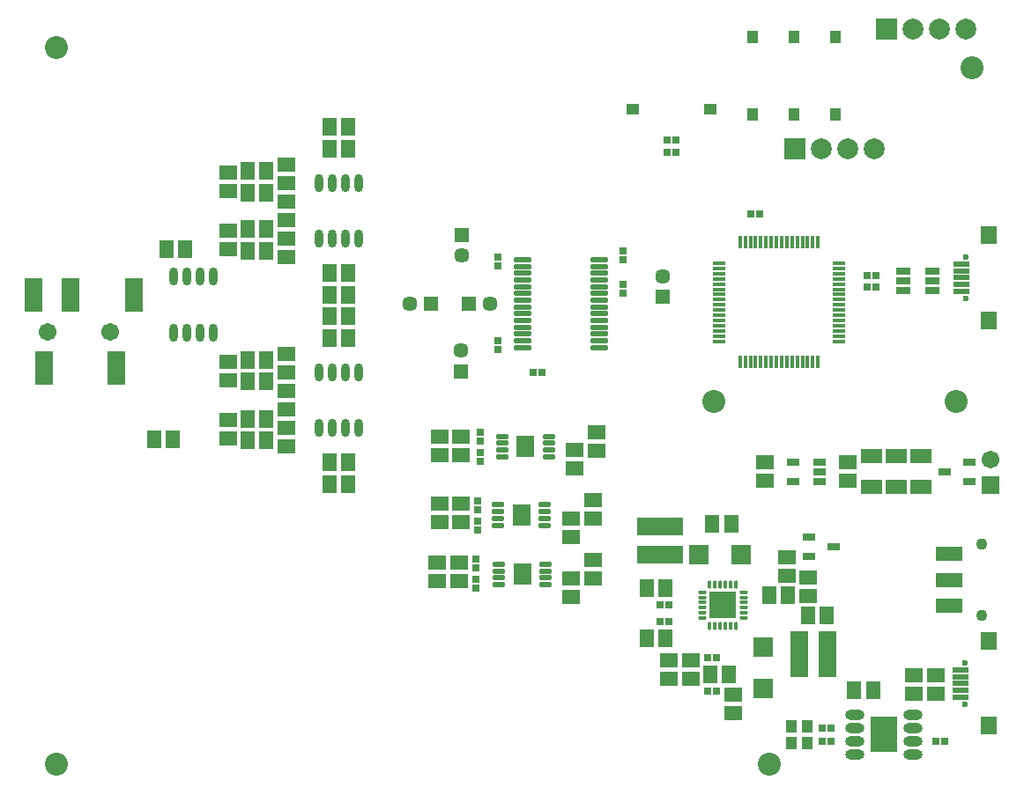
<source format=gts>
G04*
G04 #@! TF.GenerationSoftware,Altium Limited,Altium Designer,19.0.4 (130)*
G04*
G04 Layer_Color=8388736*
%FSLAX25Y25*%
%MOIN*%
G70*
G01*
G75*
%ADD45R,0.06706X0.17729*%
%ADD46R,0.06587X0.05367*%
%ADD47R,0.05367X0.06587*%
%ADD48R,0.04737X0.03162*%
%ADD49R,0.17729X0.06706*%
%ADD50R,0.02762X0.02959*%
%ADD51R,0.07414X0.07493*%
%ADD52R,0.10143X0.10143*%
G04:AMPARAMS|DCode=53|XSize=12.84mil|YSize=30.56mil|CornerRadius=3.96mil|HoleSize=0mil|Usage=FLASHONLY|Rotation=180.000|XOffset=0mil|YOffset=0mil|HoleType=Round|Shape=RoundedRectangle|*
%AMROUNDEDRECTD53*
21,1,0.01284,0.02264,0,0,180.0*
21,1,0.00492,0.03056,0,0,180.0*
1,1,0.00792,-0.00246,0.01132*
1,1,0.00792,0.00246,0.01132*
1,1,0.00792,0.00246,-0.01132*
1,1,0.00792,-0.00246,-0.01132*
%
%ADD53ROUNDEDRECTD53*%
G04:AMPARAMS|DCode=54|XSize=12.84mil|YSize=30.56mil|CornerRadius=3.96mil|HoleSize=0mil|Usage=FLASHONLY|Rotation=270.000|XOffset=0mil|YOffset=0mil|HoleType=Round|Shape=RoundedRectangle|*
%AMROUNDEDRECTD54*
21,1,0.01284,0.02264,0,0,270.0*
21,1,0.00492,0.03056,0,0,270.0*
1,1,0.00792,-0.01132,-0.00246*
1,1,0.00792,-0.01132,0.00246*
1,1,0.00792,0.01132,0.00246*
1,1,0.00792,0.01132,-0.00246*
%
%ADD54ROUNDEDRECTD54*%
G04:AMPARAMS|DCode=55|XSize=19.72mil|YSize=49.24mil|CornerRadius=5.43mil|HoleSize=0mil|Usage=FLASHONLY|Rotation=90.000|XOffset=0mil|YOffset=0mil|HoleType=Round|Shape=RoundedRectangle|*
%AMROUNDEDRECTD55*
21,1,0.01972,0.03839,0,0,90.0*
21,1,0.00886,0.04924,0,0,90.0*
1,1,0.01086,0.01919,0.00443*
1,1,0.01086,0.01919,-0.00443*
1,1,0.01086,-0.01919,-0.00443*
1,1,0.01086,-0.01919,0.00443*
%
%ADD55ROUNDEDRECTD55*%
%ADD56R,0.06981X0.08241*%
%ADD57R,0.02959X0.02762*%
%ADD58R,0.07493X0.07414*%
%ADD59R,0.04461X0.04658*%
%ADD60O,0.07296X0.03950*%
%ADD61R,0.10328X0.13831*%
%ADD62R,0.06115X0.02375*%
%ADD63R,0.06115X0.06706*%
%ADD64R,0.10446X0.05524*%
%ADD65R,0.05131X0.03162*%
%ADD66R,0.07887X0.05249*%
%ADD67R,0.06706X0.12611*%
%ADD68O,0.03162X0.06902*%
G04:AMPARAMS|DCode=69|XSize=20.72mil|YSize=67.96mil|CornerRadius=5.93mil|HoleSize=0mil|Usage=FLASHONLY|Rotation=270.000|XOffset=0mil|YOffset=0mil|HoleType=Round|Shape=RoundedRectangle|*
%AMROUNDEDRECTD69*
21,1,0.02072,0.05610,0,0,270.0*
21,1,0.00886,0.06796,0,0,270.0*
1,1,0.01186,-0.02805,-0.00443*
1,1,0.01186,-0.02805,0.00443*
1,1,0.01186,0.02805,0.00443*
1,1,0.01186,0.02805,-0.00443*
%
%ADD69ROUNDEDRECTD69*%
%ADD70R,0.03950X0.05131*%
%ADD71R,0.05131X0.03950*%
G04:AMPARAMS|DCode=72|XSize=13.81mil|YSize=49.24mil|CornerRadius=3.95mil|HoleSize=0mil|Usage=FLASHONLY|Rotation=0.000|XOffset=0mil|YOffset=0mil|HoleType=Round|Shape=RoundedRectangle|*
%AMROUNDEDRECTD72*
21,1,0.01381,0.04134,0,0,0.0*
21,1,0.00591,0.04924,0,0,0.0*
1,1,0.00791,0.00295,-0.02067*
1,1,0.00791,-0.00295,-0.02067*
1,1,0.00791,-0.00295,0.02067*
1,1,0.00791,0.00295,0.02067*
%
%ADD72ROUNDEDRECTD72*%
G04:AMPARAMS|DCode=73|XSize=13.81mil|YSize=49.24mil|CornerRadius=3.95mil|HoleSize=0mil|Usage=FLASHONLY|Rotation=90.000|XOffset=0mil|YOffset=0mil|HoleType=Round|Shape=RoundedRectangle|*
%AMROUNDEDRECTD73*
21,1,0.01381,0.04134,0,0,90.0*
21,1,0.00591,0.04924,0,0,90.0*
1,1,0.00791,0.02067,0.00295*
1,1,0.00791,0.02067,-0.00295*
1,1,0.00791,-0.02067,-0.00295*
1,1,0.00791,-0.02067,0.00295*
%
%ADD73ROUNDEDRECTD73*%
%ADD74R,0.05524X0.03162*%
%ADD75C,0.08674*%
%ADD76C,0.01981*%
%ADD77C,0.06706*%
%ADD78R,0.06706X0.06706*%
%ADD79C,0.07887*%
%ADD80R,0.07887X0.07887*%
%ADD81C,0.02362*%
%ADD82C,0.04343*%
%ADD83C,0.05721*%
%ADD84R,0.05721X0.05721*%
%ADD85R,0.05721X0.05721*%
D45*
X-66487Y-241569D02*
D03*
X-77117Y-241569D02*
D03*
D46*
X-73787Y-212499D02*
D03*
X-73787Y-219507D02*
D03*
X-81887Y-211907D02*
D03*
X-81887Y-204899D02*
D03*
X-126337Y-251130D02*
D03*
Y-244122D02*
D03*
X-118187Y-251130D02*
D03*
Y-244122D02*
D03*
X-102187Y-256903D02*
D03*
Y-263911D02*
D03*
X-163463Y-212840D02*
D03*
Y-219848D02*
D03*
X-155263Y-212840D02*
D03*
Y-205833D02*
D03*
X-205863Y-207040D02*
D03*
Y-214048D02*
D03*
X-214063Y-214040D02*
D03*
Y-207032D02*
D03*
X-205081Y-159299D02*
D03*
Y-166307D02*
D03*
X-205132Y-191776D02*
D03*
Y-184768D02*
D03*
X-213281Y-184768D02*
D03*
Y-191776D02*
D03*
X-213281Y-159303D02*
D03*
Y-166311D02*
D03*
X-155231Y-183168D02*
D03*
Y-190176D02*
D03*
X-153981Y-157495D02*
D03*
Y-164503D02*
D03*
X-162181Y-164403D02*
D03*
Y-171411D02*
D03*
X-163531Y-190272D02*
D03*
Y-197280D02*
D03*
X-90269Y-176093D02*
D03*
Y-169085D02*
D03*
X-58773Y-176093D02*
D03*
Y-169085D02*
D03*
X-293298Y-137865D02*
D03*
Y-130857D02*
D03*
Y-160098D02*
D03*
Y-153090D02*
D03*
X-271081Y-156035D02*
D03*
Y-163043D02*
D03*
Y-148976D02*
D03*
Y-141968D02*
D03*
Y-134935D02*
D03*
Y-127928D02*
D03*
X-293298Y-88373D02*
D03*
Y-81365D02*
D03*
Y-66289D02*
D03*
Y-59281D02*
D03*
X-271081Y-84302D02*
D03*
Y-91310D02*
D03*
Y-77332D02*
D03*
Y-70324D02*
D03*
Y-63302D02*
D03*
Y-56295D02*
D03*
X-33812Y-249692D02*
D03*
Y-256700D02*
D03*
X-25631Y-249684D02*
D03*
Y-256692D02*
D03*
D47*
X-88491Y-219407D02*
D03*
X-81483D02*
D03*
X-102996Y-192308D02*
D03*
X-110004D02*
D03*
X-127809Y-235798D02*
D03*
X-134817D02*
D03*
X-103683Y-249307D02*
D03*
X-110691D02*
D03*
X-134787Y-216807D02*
D03*
X-127779D02*
D03*
X-66683Y-227107D02*
D03*
X-73691D02*
D03*
X-321308Y-160200D02*
D03*
X-314300D02*
D03*
X-285706Y-160685D02*
D03*
X-278698D02*
D03*
Y-152535D02*
D03*
X-285706D02*
D03*
X-278698Y-138435D02*
D03*
X-285706D02*
D03*
X-278698Y-130286D02*
D03*
X-285706D02*
D03*
X-285706Y-88946D02*
D03*
X-278698D02*
D03*
Y-80797D02*
D03*
X-285706D02*
D03*
X-316508Y-88300D02*
D03*
X-309500D02*
D03*
X-278698Y-66860D02*
D03*
X-285706D02*
D03*
X-278698Y-58710D02*
D03*
X-285706D02*
D03*
X-254900Y-177235D02*
D03*
X-247892D02*
D03*
X-254900Y-169094D02*
D03*
X-247892D02*
D03*
X-254900Y-121850D02*
D03*
X-247892D02*
D03*
X-254900Y-113700D02*
D03*
X-247892D02*
D03*
X-254900Y-105600D02*
D03*
X-247892D02*
D03*
X-254900Y-97450D02*
D03*
X-247892D02*
D03*
X-254900Y-50206D02*
D03*
X-247892D02*
D03*
X-254900Y-42057D02*
D03*
X-247892D02*
D03*
X-49329Y-255200D02*
D03*
X-56337D02*
D03*
D48*
X-64138Y-200967D02*
D03*
X-73587Y-204707D02*
D03*
Y-197227D02*
D03*
X-22124Y-172600D02*
D03*
X-12676Y-168860D02*
D03*
Y-176340D02*
D03*
D49*
X-129830Y-203869D02*
D03*
Y-193239D02*
D03*
D50*
X-126483Y-223139D02*
D03*
X-129830Y-223139D02*
D03*
X-129857Y-229357D02*
D03*
X-126510Y-229357D02*
D03*
X-108341Y-255707D02*
D03*
X-111687D02*
D03*
X-111787Y-242907D02*
D03*
X-108441D02*
D03*
X-65109Y-274500D02*
D03*
X-68455D02*
D03*
X-65109Y-269500D02*
D03*
X-68455D02*
D03*
X-22087Y-274500D02*
D03*
X-25434D02*
D03*
X-177847Y-134935D02*
D03*
X-174500D02*
D03*
X-123795Y-51500D02*
D03*
X-127142D02*
D03*
X-123795Y-47000D02*
D03*
X-127142D02*
D03*
X-92023Y-75100D02*
D03*
X-95369D02*
D03*
X-48316Y-98149D02*
D03*
X-51663D02*
D03*
X-48317Y-102700D02*
D03*
X-51663D02*
D03*
D51*
X-90687Y-254681D02*
D03*
Y-238933D02*
D03*
D52*
X-106087Y-223107D02*
D03*
D53*
X-101166Y-230883D02*
D03*
X-103134D02*
D03*
X-105103D02*
D03*
X-107071D02*
D03*
X-109040D02*
D03*
X-111008D02*
D03*
Y-215332D02*
D03*
X-109040D02*
D03*
X-107071Y-215332D02*
D03*
X-105103D02*
D03*
X-103134Y-215332D02*
D03*
X-101166D02*
D03*
D54*
X-113863Y-228028D02*
D03*
X-113863Y-226060D02*
D03*
Y-224091D02*
D03*
Y-222123D02*
D03*
X-113863Y-220154D02*
D03*
Y-218186D02*
D03*
X-98312Y-218186D02*
D03*
Y-220154D02*
D03*
Y-222123D02*
D03*
Y-224091D02*
D03*
X-98312Y-226060D02*
D03*
X-98312Y-228028D02*
D03*
D55*
X-190821Y-207602D02*
D03*
Y-210161D02*
D03*
Y-212720D02*
D03*
Y-215279D02*
D03*
X-173105Y-207602D02*
D03*
Y-210161D02*
D03*
X-173105Y-212720D02*
D03*
X-173105Y-215279D02*
D03*
X-173473Y-192810D02*
D03*
Y-190251D02*
D03*
Y-187692D02*
D03*
Y-185133D02*
D03*
X-191190Y-192810D02*
D03*
Y-190251D02*
D03*
Y-187692D02*
D03*
Y-185133D02*
D03*
X-189639Y-159177D02*
D03*
Y-161736D02*
D03*
Y-164295D02*
D03*
Y-166854D02*
D03*
X-171923Y-159177D02*
D03*
Y-161736D02*
D03*
X-171923Y-164295D02*
D03*
X-171923Y-166854D02*
D03*
D56*
X-181963Y-211440D02*
D03*
X-182332Y-188972D02*
D03*
X-180781Y-163015D02*
D03*
D57*
X-198732Y-194518D02*
D03*
Y-191172D02*
D03*
X-197693Y-168527D02*
D03*
Y-165181D02*
D03*
X-199363Y-216791D02*
D03*
Y-213444D02*
D03*
X-199363Y-209114D02*
D03*
Y-205767D02*
D03*
X-198732Y-186841D02*
D03*
Y-183495D02*
D03*
X-197693Y-160850D02*
D03*
Y-157503D02*
D03*
X-191260Y-123000D02*
D03*
X-191260Y-126347D02*
D03*
X-191310Y-94743D02*
D03*
Y-91396D02*
D03*
X-143800Y-105061D02*
D03*
X-143800Y-101715D02*
D03*
X-143800Y-88927D02*
D03*
Y-92273D02*
D03*
D58*
X-115061Y-203869D02*
D03*
X-99313D02*
D03*
D59*
X-80313Y-275200D02*
D03*
X-74250D02*
D03*
X-80313Y-268900D02*
D03*
X-74250D02*
D03*
D60*
X-34156Y-279500D02*
D03*
Y-274500D02*
D03*
Y-269500D02*
D03*
Y-264500D02*
D03*
X-56006Y-279500D02*
D03*
Y-274500D02*
D03*
X-56006Y-269500D02*
D03*
X-56006Y-264500D02*
D03*
D61*
X-45081Y-272000D02*
D03*
D62*
X-16032Y-247625D02*
D03*
Y-250184D02*
D03*
Y-257861D02*
D03*
Y-255302D02*
D03*
Y-252743D02*
D03*
X-15936Y-93991D02*
D03*
Y-96550D02*
D03*
Y-104228D02*
D03*
Y-99110D02*
D03*
Y-101669D02*
D03*
D63*
X-5500Y-236700D02*
D03*
Y-268787D02*
D03*
X-5405Y-83066D02*
D03*
Y-115153D02*
D03*
D64*
X-20406Y-203658D02*
D03*
Y-223342D02*
D03*
Y-213500D02*
D03*
D65*
X-79639Y-176329D02*
D03*
Y-168849D02*
D03*
X-69403D02*
D03*
X-69403Y-172589D02*
D03*
X-69403Y-176329D02*
D03*
D66*
X-49998Y-166734D02*
D03*
Y-178466D02*
D03*
X-40549Y-166734D02*
D03*
Y-178466D02*
D03*
X-31100Y-166734D02*
D03*
Y-178466D02*
D03*
D67*
X-366923Y-105720D02*
D03*
X-352750D02*
D03*
X-335427Y-133280D02*
D03*
X-328734Y-105720D02*
D03*
X-362986Y-133280D02*
D03*
D68*
X-314000Y-119830D02*
D03*
X-309000D02*
D03*
X-304000D02*
D03*
X-299000D02*
D03*
X-314000Y-98570D02*
D03*
X-309000D02*
D03*
X-304000D02*
D03*
X-299000D02*
D03*
X-258896Y-156102D02*
D03*
X-253896D02*
D03*
X-248896D02*
D03*
X-243896D02*
D03*
X-258896Y-134842D02*
D03*
X-253896D02*
D03*
X-248896D02*
D03*
X-243896D02*
D03*
X-258896Y-84458D02*
D03*
X-253896D02*
D03*
X-248896D02*
D03*
X-243896D02*
D03*
X-258896Y-63198D02*
D03*
X-253896D02*
D03*
X-248896D02*
D03*
X-243896D02*
D03*
D69*
X-181967Y-92266D02*
D03*
X-181967Y-94825D02*
D03*
X-181967Y-97384D02*
D03*
Y-99943D02*
D03*
Y-102502D02*
D03*
Y-105061D02*
D03*
Y-107621D02*
D03*
Y-110180D02*
D03*
Y-112739D02*
D03*
Y-115298D02*
D03*
Y-117857D02*
D03*
Y-120416D02*
D03*
Y-122975D02*
D03*
Y-125534D02*
D03*
X-152833Y-92266D02*
D03*
X-152833Y-94825D02*
D03*
X-152833Y-97384D02*
D03*
Y-99943D02*
D03*
Y-102502D02*
D03*
Y-105061D02*
D03*
Y-107621D02*
D03*
Y-110180D02*
D03*
Y-112739D02*
D03*
Y-115298D02*
D03*
Y-117857D02*
D03*
Y-120416D02*
D03*
Y-122975D02*
D03*
Y-125534D02*
D03*
D70*
X-94700Y-7936D02*
D03*
Y-37464D02*
D03*
X-79116Y-7936D02*
D03*
Y-37464D02*
D03*
X-63516Y-7936D02*
D03*
Y-37464D02*
D03*
D71*
X-110736Y-35300D02*
D03*
X-140264D02*
D03*
D72*
X-97633Y-131044D02*
D03*
X-95665D02*
D03*
X-93696D02*
D03*
Y-85769D02*
D03*
X-95665D02*
D03*
X-97633D02*
D03*
X-89759Y-131044D02*
D03*
X-87791D02*
D03*
X-85822D02*
D03*
Y-85769D02*
D03*
X-87791D02*
D03*
X-89759D02*
D03*
X-81885Y-131044D02*
D03*
X-79917D02*
D03*
X-77948D02*
D03*
Y-85769D02*
D03*
X-79917D02*
D03*
X-81885D02*
D03*
X-74011Y-131044D02*
D03*
X-72043D02*
D03*
X-70074D02*
D03*
Y-85769D02*
D03*
X-72043D02*
D03*
X-74011D02*
D03*
X-99602Y-131044D02*
D03*
X-91728D02*
D03*
X-83854D02*
D03*
Y-85769D02*
D03*
X-91728D02*
D03*
X-99602D02*
D03*
X-75980Y-131044D02*
D03*
Y-85769D02*
D03*
D73*
X-107476Y-119233D02*
D03*
Y-121202D02*
D03*
Y-123170D02*
D03*
Y-111359D02*
D03*
Y-113328D02*
D03*
Y-115296D02*
D03*
Y-103485D02*
D03*
Y-105454D02*
D03*
Y-107422D02*
D03*
Y-95611D02*
D03*
Y-97579D02*
D03*
Y-99548D02*
D03*
X-62200Y-123170D02*
D03*
Y-121202D02*
D03*
Y-119233D02*
D03*
Y-115296D02*
D03*
Y-113328D02*
D03*
Y-111359D02*
D03*
Y-107422D02*
D03*
Y-105454D02*
D03*
Y-103485D02*
D03*
Y-99548D02*
D03*
Y-97579D02*
D03*
Y-95611D02*
D03*
X-107476Y-93642D02*
D03*
Y-101516D02*
D03*
Y-109391D02*
D03*
Y-117265D02*
D03*
X-62200D02*
D03*
Y-109391D02*
D03*
Y-93642D02*
D03*
Y-101516D02*
D03*
D74*
X-37885Y-104129D02*
D03*
Y-100389D02*
D03*
Y-96649D02*
D03*
X-26861D02*
D03*
Y-100389D02*
D03*
Y-104129D02*
D03*
D75*
X-88583Y-283465D02*
D03*
X-11811Y-19685D02*
D03*
X-358268Y-283465D02*
D03*
Y-11811D02*
D03*
X-17803Y-145969D02*
D03*
X-109535D02*
D03*
D76*
X-106087Y-223107D02*
D03*
X-102249D02*
D03*
X-106087Y-219269D02*
D03*
X-106087Y-226946D02*
D03*
X-109926Y-223107D02*
D03*
X-181963Y-209275D02*
D03*
Y-213606D02*
D03*
X-184128Y-211440D02*
D03*
X-179798D02*
D03*
X-180166Y-188972D02*
D03*
X-184497D02*
D03*
X-182332Y-191137D02*
D03*
Y-186806D02*
D03*
X-180781Y-160850D02*
D03*
Y-165181D02*
D03*
X-182947Y-163015D02*
D03*
X-178616D02*
D03*
X-42719Y-275248D02*
D03*
X-47443Y-275248D02*
D03*
X-47443Y-272000D02*
D03*
X-42719D02*
D03*
X-42719Y-268752D02*
D03*
X-47443D02*
D03*
D77*
X-4700Y-167957D02*
D03*
X-337789Y-119500D02*
D03*
X-361411D02*
D03*
D78*
X-4700Y-177800D02*
D03*
D79*
X-48669Y-50300D02*
D03*
X-58669D02*
D03*
X-68669D02*
D03*
X-14200Y-4900D02*
D03*
X-24200D02*
D03*
X-34200D02*
D03*
D80*
X-78669Y-50300D02*
D03*
X-44200Y-4900D02*
D03*
D81*
X-14358Y-244869D02*
D03*
Y-260617D02*
D03*
X-14263Y-91235D02*
D03*
Y-106983D02*
D03*
D82*
X-8300Y-226886D02*
D03*
Y-200114D02*
D03*
D83*
X-205200Y-126800D02*
D03*
X-224537Y-108900D02*
D03*
X-194300D02*
D03*
X-204800Y-90700D02*
D03*
X-128800Y-98555D02*
D03*
D84*
X-205200Y-134674D02*
D03*
X-204800Y-82826D02*
D03*
X-128800Y-106429D02*
D03*
D85*
X-216663Y-108900D02*
D03*
X-202174D02*
D03*
M02*

</source>
